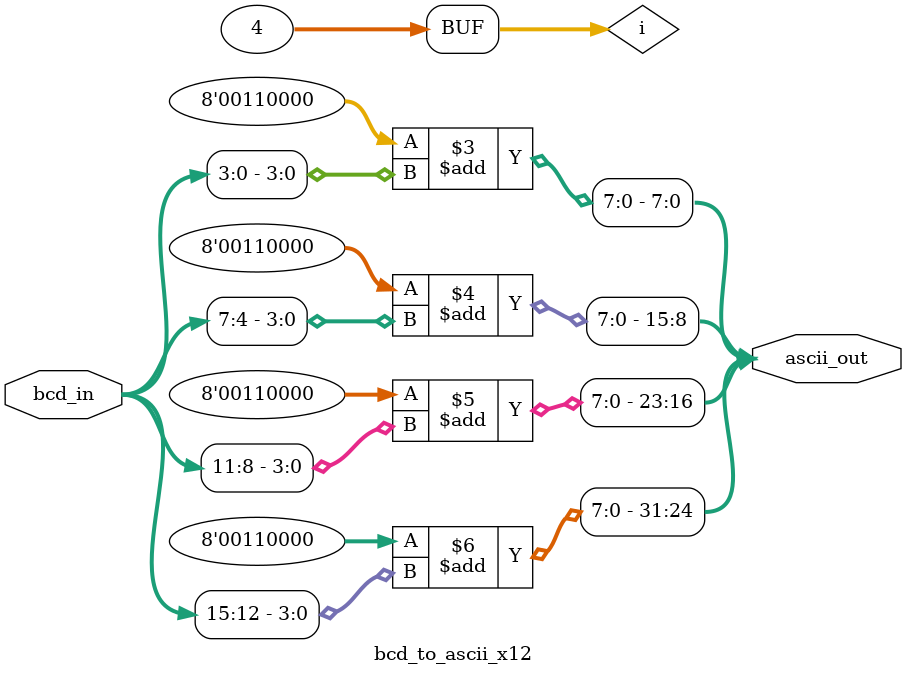
<source format=v>
module bcd_to_ascii_x12 #(
    localparam BCD_DIGITS = 4
)(
    input [4*BCD_DIGITS-1:0] bcd_in,   // Input BCD digits
    output reg [8*BCD_DIGITS-1:0] ascii_out // Output ASCII characters
);
    integer i;

    // Local parameter for the ASCII offset for digits ('0' = 8'h30)
    localparam ASCII_OFFSET = 8'h30;  

    always @(*) begin
        // Initialize ascii_out to avoid uninitialized bits
        ascii_out = 0;
        for (i = 0; i < BCD_DIGITS; i = i + 1) begin
            // Extract each 4-bit BCD digit and convert to ASCII
            ascii_out[8*i +: 8] = ASCII_OFFSET + bcd_in[4*i +: 4];
        end
    end

endmodule

</source>
